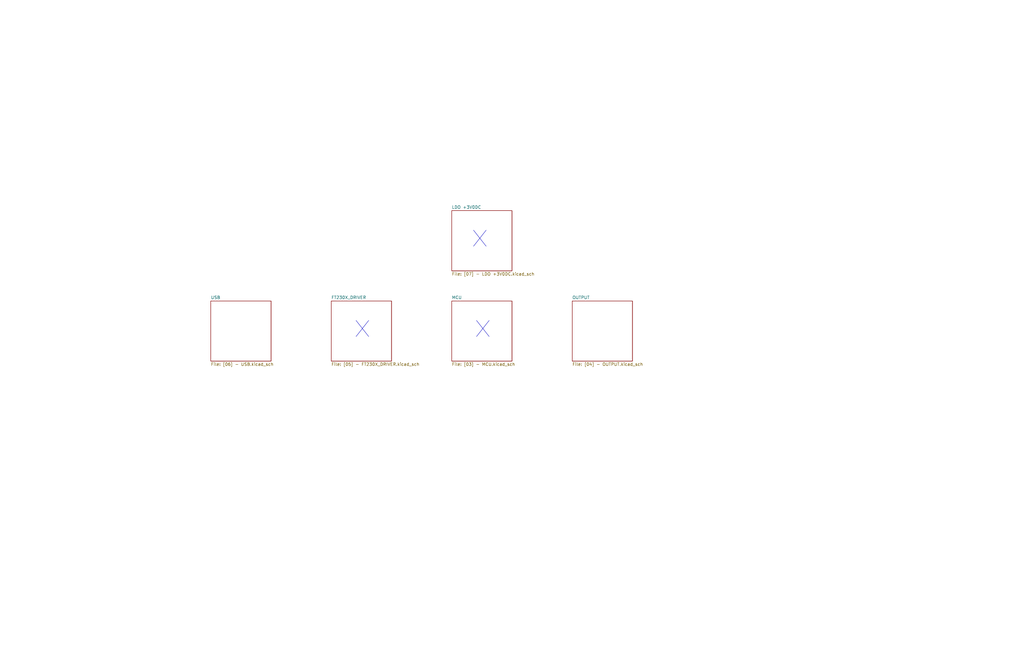
<source format=kicad_sch>
(kicad_sch (version 20230121) (generator eeschema)
  (paper "B")
  (lib_symbols)
  (text "x" (at 199.39 143.51 0) (effects (font (size 10.16 10.16)) (justify left bottom)))
  (text "x" (at 148.59 143.51 0) (effects (font (size 10.16 10.16)) (justify left bottom)))
  (text "x" (at 198.12 105.41 0) (effects (font (size 10.16 10.16)) (justify left bottom)))
  (sheet (at 88.9 127) (size 25.4 25.4) (stroke (width 0.1524))
    (property "Sheetname" "USB" (at 88.9 126.2884 0) (effects (justify left bottom)))
    (property "Sheetfile" "[06] - USB.kicad_sch" (at 88.9 152.9846 0) (effects (justify left top)))
  )
  (sheet (at 190.5 127) (size 25.4 25.4) (stroke (width 0.1524))
    (property "Sheetname" "MCU" (at 190.5 126.2884 0) (effects (justify left bottom)))
    (property "Sheetfile" "[03] - MCU.kicad_sch" (at 190.5 152.9846 0) (effects (justify left top)))
  )
  (sheet (at 241.3 127) (size 25.4 25.4) (stroke (width 0.1524))
    (property "Sheetname" "OUTPUT" (at 241.3 126.2884 0) (effects (justify left bottom)))
    (property "Sheetfile" "[04] - OUTPUT.kicad_sch" (at 241.3 152.9846 0) (effects (justify left top)))
  )
  (sheet (at 139.7 127) (size 25.4 25.4) (stroke (width 0.1524))
    (property "Sheetname" "FT230X_DRIVER" (at 139.7 126.2884 0) (effects (justify left bottom)))
    (property "Sheetfile" "[05] - FT230X_DRIVER.kicad_sch" (at 139.7 152.9846 0) (effects (justify left top)))
  )
  (sheet (at 190.5 88.9) (size 25.4 25.4) (stroke (width 0.1524))
    (property "Sheetname" "LDO +3V0DC" (at 190.5 88.1884 0) (effects (justify left bottom)))
    (property "Sheetfile" "[07] - LDO +3V0DC.kicad_sch" (at 190.5 114.8846 0) (effects (justify left top)))
  )
)
</source>
